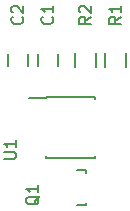
<source format=gbr>
G04 #@! TF.GenerationSoftware,KiCad,Pcbnew,5.1.4+dfsg1-1~bpo10+1*
G04 #@! TF.CreationDate,2019-11-26T13:36:03-07:00*
G04 #@! TF.ProjectId,encoder_as5601,656e636f-6465-4725-9f61-73353630312e,rev?*
G04 #@! TF.SameCoordinates,Original*
G04 #@! TF.FileFunction,Legend,Top*
G04 #@! TF.FilePolarity,Positive*
%FSLAX46Y46*%
G04 Gerber Fmt 4.6, Leading zero omitted, Abs format (unit mm)*
G04 Created by KiCad (PCBNEW 5.1.4+dfsg1-1~bpo10+1) date 2019-11-26 13:36:03*
%MOMM*%
%LPD*%
G04 APERTURE LIST*
%ADD10C,0.150000*%
G04 APERTURE END LIST*
D10*
X136285000Y-83785000D02*
X136285000Y-82585000D01*
X138035000Y-82585000D02*
X138035000Y-83785000D01*
X131275000Y-86325000D02*
X131275000Y-86375000D01*
X135425000Y-86325000D02*
X135425000Y-86470000D01*
X135425000Y-91475000D02*
X135425000Y-91330000D01*
X131275000Y-91475000D02*
X131275000Y-91330000D01*
X131275000Y-86325000D02*
X135425000Y-86325000D01*
X131275000Y-91475000D02*
X135425000Y-91475000D01*
X131275000Y-86375000D02*
X129875000Y-86375000D01*
X130595000Y-82685000D02*
X130595000Y-83685000D01*
X132295000Y-83685000D02*
X132295000Y-82685000D01*
X128055000Y-82685000D02*
X128055000Y-83685000D01*
X129755000Y-83685000D02*
X129755000Y-82685000D01*
X133934200Y-92480180D02*
X134635240Y-92480180D01*
X134635240Y-92480180D02*
X134635240Y-92729100D01*
X134635240Y-95279160D02*
X134635240Y-95479820D01*
X134635240Y-95479820D02*
X133934200Y-95479820D01*
X133745000Y-83785000D02*
X133745000Y-82585000D01*
X135495000Y-82585000D02*
X135495000Y-83785000D01*
X137612380Y-79541666D02*
X137136190Y-79875000D01*
X137612380Y-80113095D02*
X136612380Y-80113095D01*
X136612380Y-79732142D01*
X136660000Y-79636904D01*
X136707619Y-79589285D01*
X136802857Y-79541666D01*
X136945714Y-79541666D01*
X137040952Y-79589285D01*
X137088571Y-79636904D01*
X137136190Y-79732142D01*
X137136190Y-80113095D01*
X137612380Y-78589285D02*
X137612380Y-79160714D01*
X137612380Y-78875000D02*
X136612380Y-78875000D01*
X136755238Y-78970238D01*
X136850476Y-79065476D01*
X136898095Y-79160714D01*
X127722380Y-91566904D02*
X128531904Y-91566904D01*
X128627142Y-91519285D01*
X128674761Y-91471666D01*
X128722380Y-91376428D01*
X128722380Y-91185952D01*
X128674761Y-91090714D01*
X128627142Y-91043095D01*
X128531904Y-90995476D01*
X127722380Y-90995476D01*
X128722380Y-89995476D02*
X128722380Y-90566904D01*
X128722380Y-90281190D02*
X127722380Y-90281190D01*
X127865238Y-90376428D01*
X127960476Y-90471666D01*
X128008095Y-90566904D01*
X131802142Y-79541666D02*
X131849761Y-79589285D01*
X131897380Y-79732142D01*
X131897380Y-79827380D01*
X131849761Y-79970238D01*
X131754523Y-80065476D01*
X131659285Y-80113095D01*
X131468809Y-80160714D01*
X131325952Y-80160714D01*
X131135476Y-80113095D01*
X131040238Y-80065476D01*
X130945000Y-79970238D01*
X130897380Y-79827380D01*
X130897380Y-79732142D01*
X130945000Y-79589285D01*
X130992619Y-79541666D01*
X131897380Y-78589285D02*
X131897380Y-79160714D01*
X131897380Y-78875000D02*
X130897380Y-78875000D01*
X131040238Y-78970238D01*
X131135476Y-79065476D01*
X131183095Y-79160714D01*
X129262142Y-79541666D02*
X129309761Y-79589285D01*
X129357380Y-79732142D01*
X129357380Y-79827380D01*
X129309761Y-79970238D01*
X129214523Y-80065476D01*
X129119285Y-80113095D01*
X128928809Y-80160714D01*
X128785952Y-80160714D01*
X128595476Y-80113095D01*
X128500238Y-80065476D01*
X128405000Y-79970238D01*
X128357380Y-79827380D01*
X128357380Y-79732142D01*
X128405000Y-79589285D01*
X128452619Y-79541666D01*
X128452619Y-79160714D02*
X128405000Y-79113095D01*
X128357380Y-79017857D01*
X128357380Y-78779761D01*
X128405000Y-78684523D01*
X128452619Y-78636904D01*
X128547857Y-78589285D01*
X128643095Y-78589285D01*
X128785952Y-78636904D01*
X129357380Y-79208333D01*
X129357380Y-78589285D01*
X130722619Y-94710238D02*
X130675000Y-94805476D01*
X130579761Y-94900714D01*
X130436904Y-95043571D01*
X130389285Y-95138809D01*
X130389285Y-95234047D01*
X130627380Y-95186428D02*
X130579761Y-95281666D01*
X130484523Y-95376904D01*
X130294047Y-95424523D01*
X129960714Y-95424523D01*
X129770238Y-95376904D01*
X129675000Y-95281666D01*
X129627380Y-95186428D01*
X129627380Y-94995952D01*
X129675000Y-94900714D01*
X129770238Y-94805476D01*
X129960714Y-94757857D01*
X130294047Y-94757857D01*
X130484523Y-94805476D01*
X130579761Y-94900714D01*
X130627380Y-94995952D01*
X130627380Y-95186428D01*
X130627380Y-93805476D02*
X130627380Y-94376904D01*
X130627380Y-94091190D02*
X129627380Y-94091190D01*
X129770238Y-94186428D01*
X129865476Y-94281666D01*
X129913095Y-94376904D01*
X135072380Y-79541666D02*
X134596190Y-79875000D01*
X135072380Y-80113095D02*
X134072380Y-80113095D01*
X134072380Y-79732142D01*
X134120000Y-79636904D01*
X134167619Y-79589285D01*
X134262857Y-79541666D01*
X134405714Y-79541666D01*
X134500952Y-79589285D01*
X134548571Y-79636904D01*
X134596190Y-79732142D01*
X134596190Y-80113095D01*
X134167619Y-79160714D02*
X134120000Y-79113095D01*
X134072380Y-79017857D01*
X134072380Y-78779761D01*
X134120000Y-78684523D01*
X134167619Y-78636904D01*
X134262857Y-78589285D01*
X134358095Y-78589285D01*
X134500952Y-78636904D01*
X135072380Y-79208333D01*
X135072380Y-78589285D01*
M02*

</source>
